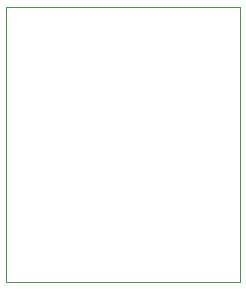
<source format=gbr>
G04 #@! TF.GenerationSoftware,KiCad,Pcbnew,5.1.2+dfsg1-1*
G04 #@! TF.CreationDate,2019-07-11T20:13:02+09:00*
G04 #@! TF.ProjectId,slice_sdusbios,736c6963-655f-4736-9475-7362696f732e,rev?*
G04 #@! TF.SameCoordinates,Original*
G04 #@! TF.FileFunction,Profile,NP*
%FSLAX46Y46*%
G04 Gerber Fmt 4.6, Leading zero omitted, Abs format (unit mm)*
G04 Created by KiCad (PCBNEW 5.1.2+dfsg1-1) date 2019-07-11 20:13:02*
%MOMM*%
%LPD*%
G04 APERTURE LIST*
%ADD10C,0.050000*%
G04 APERTURE END LIST*
D10*
X143425000Y-106250000D02*
X163250000Y-106250000D01*
X143425000Y-83000000D02*
X163250000Y-83000000D01*
X143425000Y-106250000D02*
X143425000Y-83000000D01*
X163250000Y-83000000D02*
X163250000Y-106250000D01*
M02*

</source>
